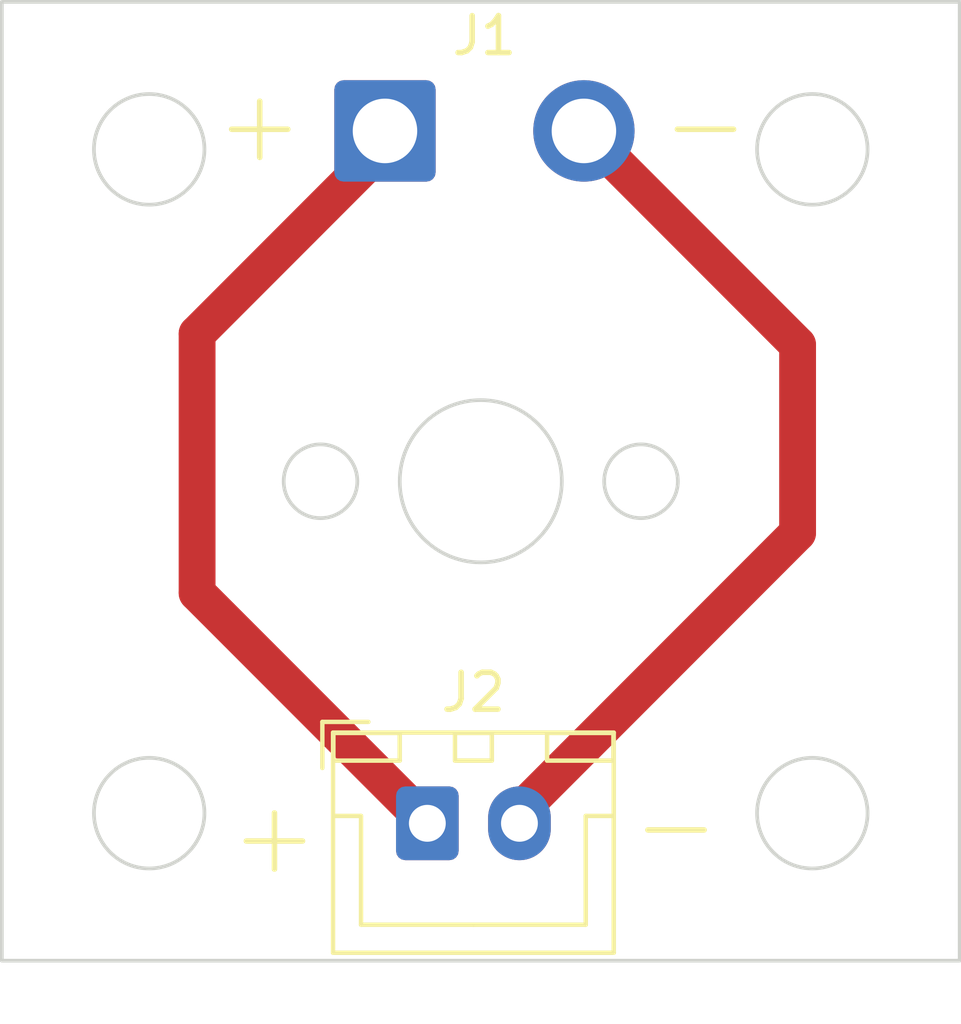
<source format=kicad_pcb>
(kicad_pcb (version 20211014) (generator pcbnew)
  (layers (0 "F.Cu" signal) (31 "B.Cu" signal) (34 "B.Paste" user) (35 "F.Paste" user) (36 "B.SilkS" user "B.Silkscreen") (37 "F.SilkS" user "F.Silkscreen") (38 "B.Mask" user) (39 "F.Mask" user) (44 "Edge.Cuts" user))
  (net 0 "")
  (net 1 "Net-(J1-Pad1)")
  (net 2 "Net-(J1-Pad2)")
  (footprint "Connector_JST:JST_XH_B2B-XH-A_1x02_P2.50mm_Vertical" (layer "F.Cu") (at 11.55 22.275)
    (fp_text reference "J2" (at 1.25 -3.55) (layer "F.SilkS"))
    (fp_text value "Conn_01x02")
    (fp_line (start 3.25 -2.45) (end 3.25 -1.7) (layer "F.SilkS") (width 0.12))
    (fp_line (start 5.05 -1.7) (end 5.05 -2.45) (layer "F.SilkS") (width 0.12))
    (fp_line (start -2.55 -0.2) (end -1.8 -0.2) (layer "F.SilkS") (width 0.12))
    (fp_line (start 1.75 -2.45) (end 0.75 -2.45) (layer "F.SilkS") (width 0.12))
    (fp_line (start 0.75 -2.45) (end 0.75 -1.7) (layer "F.SilkS") (width 0.12))
    (fp_line (start 3.25 -1.7) (end 5.05 -1.7) (layer "F.SilkS") (width 0.12))
    (fp_line (start -2.55 -2.45) (end -2.55 -1.7) (layer "F.SilkS") (width 0.12))
    (fp_line (start -0.75 -2.45) (end -2.55 -2.45) (layer "F.SilkS") (width 0.12))
    (fp_line (start 5.06 3.51) (end 5.06 -2.46) (layer "F.SilkS") (width 0.12))
    (fp_line (start 5.06 -2.46) (end -2.56 -2.46) (layer "F.SilkS") (width 0.12))
    (fp_line (start -2.85 -2.75) (end -2.85 -1.5) (layer "F.SilkS") (width 0.12))
    (fp_line (start -1.8 -0.2) (end -1.8 2.75) (layer "F.SilkS") (width 0.12))
    (fp_line (start 5.05 -0.2) (end 4.3 -0.2) (layer "F.SilkS") (width 0.12))
    (fp_line (start 1.75 -1.7) (end 1.75 -2.45) (layer "F.SilkS") (width 0.12))
    (fp_line (start -1.6 -2.75) (end -2.85 -2.75) (layer "F.SilkS") (width 0.12))
    (fp_line (start 5.05 -2.45) (end 3.25 -2.45) (layer "F.SilkS") (width 0.12))
    (fp_line (start -2.55 -1.7) (end -0.75 -1.7) (layer "F.SilkS") (width 0.12))
    (fp_line (start -2.56 -2.46) (end -2.56 3.51) (layer "F.SilkS") (width 0.12))
    (fp_line (start 4.3 2.75) (end 1.25 2.75) (layer "F.SilkS") (width 0.12))
    (fp_line (start 0.75 -1.7) (end 1.75 -1.7) (layer "F.SilkS") (width 0.12))
    (fp_line (start 4.3 -0.2) (end 4.3 2.75) (layer "F.SilkS") (width 0.12))
    (fp_line (start -1.8 2.75) (end 1.25 2.75) (layer "F.SilkS") (width 0.12))
    (fp_line (start -0.75 -1.7) (end -0.75 -2.45) (layer "F.SilkS") (width 0.12))
    (fp_line (start -2.56 3.51) (end 5.06 3.51) (layer "F.SilkS") (width 0.12))
    (pad "1" thru_hole roundrect (at 0 0) (size 1.7 2) (drill 1) (layers *.Cu *.Mask) (roundrect_rratio 0.1470588235) (net 1 "Net-(J1-Pad1)"))
    (pad "2" thru_hole oval (at 2.5 0) (size 1.7 2) (drill 1) (layers *.Cu *.Mask) (net 2 "Net-(J1-Pad2)"))
  )
  (footprint "Connector_Wire:SolderWire-1sqmm_1x02_P5.4mm_D1.4mm_OD2.7mm" (layer "F.Cu") (at 10.4 3.5)
    (fp_text reference "J1" (at 2.7 -2.58) (layer "F.SilkS"))
    (fp_text value "Conn_01x02")
    (pad "1" thru_hole roundrect (at 0 0) (size 2.75 2.75) (drill 1.75) (layers *.Cu *.Mask) (roundrect_rratio 0.09090909091) (net 1 "Net-(J1-Pad1)"))
    (pad "2" thru_hole circle (at 5.4 0) (size 2.75 2.75) (drill 1.75) (layers *.Cu *.Mask) (net 2 "Net-(J1-Pad2)"))
  )
  (gr_circle (center 13 13) (end 15.2 13) (layer "Edge.Cuts") (width 0.1) (fill none))
  (gr_circle (center 17.35 13) (end 18.35 13) (layer "Edge.Cuts") (width 0.1) (fill none))
  (gr_circle (center 22 4) (end 23.5 4) (layer "Edge.Cuts") (width 0.1) (fill none))
  (gr_circle (center 4 4) (end 5.5 4) (layer "Edge.Cuts") (width 0.1) (fill none))
  (gr_circle (center 4 22) (end 5.5 22) (layer "Edge.Cuts") (width 0.1) (fill none))
  (gr_rect (start 0 0) (end 26 26) (layer "Edge.Cuts") (width 0.1) (fill none))
  (gr_circle (center 8.65 13) (end 9.65 13) (layer "Edge.Cuts") (width 0.1) (fill none))
  (gr_circle (center 22 22) (end 23.5 22) (layer "Edge.Cuts") (width 0.1) (fill none))
  (gr_text "-" (at 18.3 22.3) (layer "F.SilkS") (effects (font (size 2 2))))
  (gr_text "+" (at 7 3.3) (layer "F.SilkS") (effects (font (size 2 2))))
  (gr_text "-" (at 19.1 3.3) (layer "F.SilkS") (effects (font (size 2 2))))
  (gr_text "+" (at 7.4 22.6) (layer "F.SilkS") (effects (font (size 2 2))))
  (segment (start 5.3 9) (end 5.3 16.025) (width 1) (layer "F.Cu") (net 1))
  (segment (start 10.4 3.9) (end 5.3 9) (width 1) (layer "F.Cu") (net 1))
  (segment (start 10.4 3.5) (end 10.4 3.9) (width 1) (layer "F.Cu") (net 1))
  (segment (start 5.3 16.025) (end 11.55 22.275) (width 1) (layer "F.Cu") (net 1))
  (segment (start 14.05 22.275) (end 14.05 21.95) (width 1) (layer "F.Cu") (net 2))
  (segment (start 21.6 9.3) (end 15.8 3.5) (width 1) (layer "F.Cu") (net 2))
  (segment (start 21.6 14.4) (end 21.6 9.3) (width 1) (layer "F.Cu") (net 2))
  (segment (start 14.05 21.95) (end 21.6 14.4) (width 1) (layer "F.Cu") (net 2))
)
</source>
